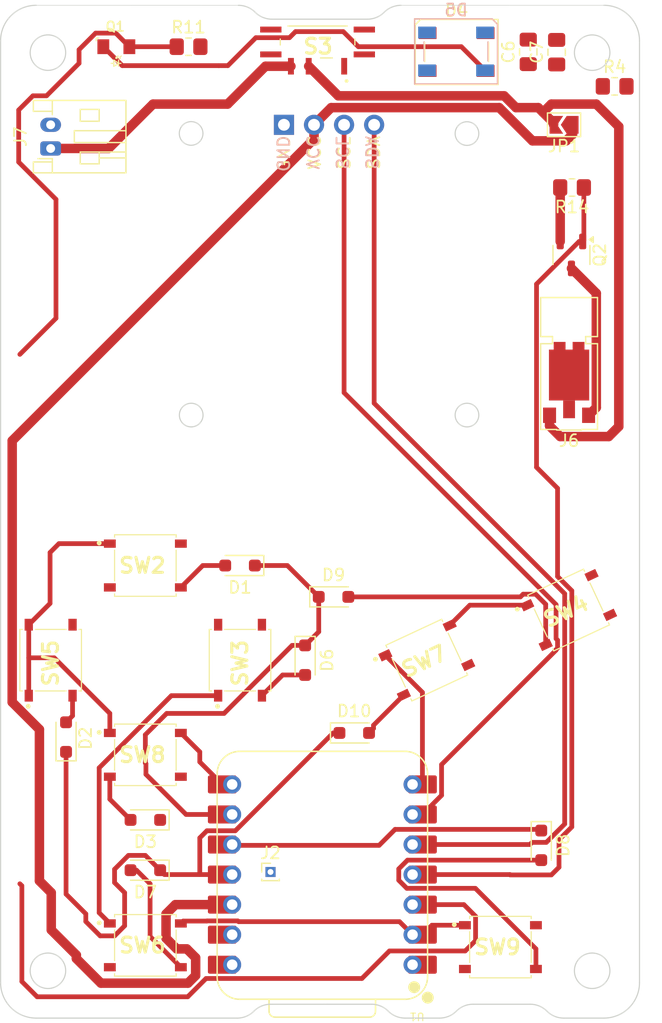
<source format=kicad_pcb>
(kicad_pcb (version 20241229) (generator "pcbnew") (generator_version "9.0")
  (layers (0 "F.Cu" signal) (2 "B.Cu" signal) (13 "F.Paste" user) (15 "B.Paste" user) (5 "F.SilkS" user "F.Silkscreen") (7 "B.SilkS" user "B.Silkscreen") (1 "F.Mask" user) (3 "B.Mask" user) (25 "Edge.Cuts" user))
  (net 0 "")
  (net 1 "O_2")
  (net 2 "Net-(D7-A)")
  (net 3 "O_3")
  (net 4 "Net-(D8-A)")
  (net 5 "Net-(D10-A)")
  (net 6 "O_1")
  (net 7 "Net-(D6-A)")
  (net 8 "Net-(D9-A)")
  (net 9 "+3.3V")
  (net 10 "GND")
  (net 11 "I_1")
  (net 12 "Net-(D1-A)")
  (net 13 "Net-(D2-A)")
  (net 14 "I_2")
  (net 15 "I_3")
  (net 16 "Net-(D3-A)")
  (net 17 "Net-(D4-DIN)")
  (net 18 "Net-(D4-DO)")
  (net 19 "/RGB_OUT")
  (net 20 "/SDA")
  (net 21 "/SCL")
  (net 22 "Tr_DRAIN")
  (net 23 "Photo_Tr")
  (net 24 "RGB_LEDs")
  (net 25 "Tr_GATE")
  (net 27 "+BATT_after_switch")
  (net 28 "+BATT")
  (footprint "Resistor_SMD:R_0805_2012Metric_Pad1.20x1.40mm_HandSolder" (layer "F.Cu") (at 175.9 59.25)
    (property "Reference" "R4" (at 0 -1.65 0) (layer "F.SilkS"))
    (property "Value" "330")
    (pad "1" smd roundrect (at -1 0) (size 1.2 1.4) (layers "F.Cu" "F.Mask" "F.Paste") (roundrect_rratio 0.208333) (net 17 "Net-(D4-DIN)"))
    (pad "2" smd roundrect (at 1 0) (size 1.2 1.4) (layers "F.Cu" "F.Mask" "F.Paste") (roundrect_rratio 0.208333) (net 24 "RGB_LEDs"))
  )
  (footprint "LED_SMD:LED_Inolux_IN-PI554FCH_PLCC4_5.0x5.0mm_P3.2mm" (layer "F.Cu") (at 162.55 56.35)
    (property "Reference" "D4" (at 0 -3.5 0) (layer "F.SilkS"))
    (property "Value" "Inolux_IN-PI554FCH")
    (pad "1" smd rect (at -2.45 -1.6) (size 1.5 1) (layers "F.Cu" "F.Mask" "F.Paste") (net 10 "GND"))
    (pad "2" smd rect (at -2.45 1.6) (size 1.5 1) (layers "F.Cu" "F.Mask" "F.Paste") (net 17 "Net-(D4-DIN)"))
    (pad "3" smd rect (at 2.45 1.6) (size 1.5 1) (layers "F.Cu" "F.Mask" "F.Paste") (net 9 "+3.3V"))
    (pad "4" smd rect (at 2.45 -1.6) (size 1.5 1) (layers "F.Cu" "F.Mask" "F.Paste") (net 18 "Net-(D4-DO)"))
  )
  (footprint "footprints:SSD1306_module" (layer "F.Cu") (at 151.77 70.12)
    (property "Reference" "J1" (hide yes))
    (property "Value" "Conn_01x04_Socket")
    (fp_circle (center -11.6525 -6.89) (end -10.6525 -6.89) (stroke (width 0.1)) (fill no) (layer "Edge.Cuts"))
    (fp_circle (center -11.644941 16.913663) (end -10.644941 16.913663) (stroke (width 0.1)) (fill no) (layer "Edge.Cuts"))
    (fp_circle (center 11.653495 -6.880162) (end 12.653495 -6.880162) (stroke (width 0.1)) (fill no) (layer "Edge.Cuts"))
    (fp_circle (center 11.653495 16.913663) (end 12.653495 16.913663) (stroke (width 0.1)) (fill no) (layer "Edge.Cuts"))
    (fp_text user "SDA" (at 4.38 -3.755201 90) (layer "F.SilkS") (effects (justify left bottom)))
    (fp_text user "SCL" (at 1.88 -3.755201 90) (layer "F.SilkS") (effects (justify left bottom)))
    (fp_text user "GND" (at -3.22 -3.555201 90) (layer "F.SilkS") (effects (justify left bottom)))
    (fp_text user "VCC" (at -0.62 -3.755201 90) (layer "F.SilkS") (effects (justify left bottom)))
    (fp_text user "VCC" (at -2 -3.755201 270) (layer "B.SilkS") (effects (justify left bottom mirror)))
    (fp_text user "SDA" (at 3 -3.755201 270) (layer "B.SilkS") (effects (justify left bottom mirror)))
    (fp_text user "GND" (at -4.5 -3.555201 270) (layer "B.SilkS") (effects (justify left bottom mirror)))
    (fp_text user "SCL" (at 0.5 -3.755201 270) (layer "B.SilkS") (effects (justify left bottom mirror)))
    (pad "1" thru_hole rect (at -3.81 -7.62) (size 1.7 1.7) (drill 1) (layers "*.Cu" "*.Mask") (net 10 "GND"))
    (pad "2" thru_hole circle (at -1.27 -7.62) (size 1.7 1.7) (drill 1) (layers "*.Cu" "*.Mask") (net 9 "+3.3V"))
    (pad "3" thru_hole circle (at 1.27 -7.62) (size 1.7 1.7) (drill 1) (layers "*.Cu" "*.Mask") (net 21 "/SCL"))
    (pad "4" thru_hole circle (at 3.81 -7.62) (size 1.7 1.7) (drill 1) (layers "*.Cu" "*.Mask") (net 20 "/SDA"))
  )
  (footprint "footprints:PTS526SK15SMTR2LFS" (layer "F.Cu") (at 160.026577 107.744346 25)
    (property "Reference" "SW7" (at -0.25 0 25) (layer "F.SilkS") (effects (font (size 1.27 1.27) (thickness 0.254))))
    (property "Value" "PTS526_SK15_SMTR2_LFS" (hide yes))
    (pad "1" smd rect (at -3 -1.85 115) (size 0.7 1) (layers "F.Cu" "F.Mask" "F.Paste") (net 3 "O_3"))
    (pad "2" smd rect (at 3 -1.85 115) (size 0.7 1) (layers "F.Cu" "F.Mask" "F.Paste") (net 3 "O_3"))
    (pad "3" smd rect (at -3 1.85 115) (size 0.7 1) (layers "F.Cu" "F.Mask" "F.Paste") (net 5 "Net-(D10-A)"))
    (pad "4" smd rect (at 3 1.85 115) (size 0.7 1) (layers "F.Cu" "F.Mask" "F.Paste") (net 5 "Net-(D10-A)"))
  )
  (footprint "footprints:PTS526SK15SMTR2LFS" (layer "F.Cu") (at 136.25 99.75)
    (property "Reference" "SW2" (at -0.25 0 0) (layer "F.SilkS") (effects (font (size 1.27 1.27) (thickness 0.254))))
    (property "Value" "PTS526_SK15_SMTR2_LFS" (hide yes))
    (pad "1" smd rect (at -3 -1.85 90) (size 0.7 1) (layers "F.Cu" "F.Mask" "F.Paste") (net 6 "O_1"))
    (pad "2" smd rect (at 3 -1.85 90) (size 0.7 1) (layers "F.Cu" "F.Mask" "F.Paste") (net 6 "O_1"))
    (pad "3" smd rect (at -3 1.85 90) (size 0.7 1) (layers "F.Cu" "F.Mask" "F.Paste") (net 12 "Net-(D1-A)"))
    (pad "4" smd rect (at 3 1.85 90) (size 0.7 1) (layers "F.Cu" "F.Mask" "F.Paste") (net 12 "Net-(D1-A)"))
  )
  (footprint "Diode_SMD:D_SOD-323_HandSoldering" (layer "F.Cu") (at 136.25 121.25 180)
    (property "Reference" "D3" (at 0 -1.85 0) (layer "F.SilkS"))
    (property "Value" "1N4148WS")
    (pad "1" smd roundrect (at -1.25 0 180) (size 1 1) (layers "F.Cu" "F.Mask" "F.Paste") (net 15 "I_3"))
    (pad "2" smd roundrect (at 1.25 0 180) (size 1 1) (layers "F.Cu" "F.Mask" "F.Paste") (net 16 "Net-(D3-A)"))
  )
  (footprint "Resistor_SMD:R_0805_2012Metric_Pad1.20x1.40mm_HandSolder" (layer "F.Cu") (at 139.9 55.9)
    (property "Reference" "R11" (at 0 -1.65 0) (layer "F.SilkS"))
    (property "Value" "1M")
    (pad "1" smd roundrect (at -1 0) (size 1.2 1.4) (layers "F.Cu" "F.Mask" "F.Paste") (roundrect_rratio 0.208333) (net 23 "Photo_Tr"))
    (pad "2" smd roundrect (at 1 0) (size 1.2 1.4) (layers "F.Cu" "F.Mask" "F.Paste") (roundrect_rratio 0.208333) (net 10 "GND"))
  )
  (footprint "footprints:PTS526SK15SMTR2LFS" (layer "F.Cu") (at 166.25 132)
    (property "Reference" "SW9" (at -0.25 0 0) (layer "F.SilkS") (effects (font (size 1.27 1.27) (thickness 0.254))))
    (property "Value" "PTS526_SK15_SMTR2_LFS" (hide yes))
    (pad "1" smd rect (at -3 -1.85 90) (size 0.7 1) (layers "F.Cu" "F.Mask" "F.Paste") (net 1 "O_2"))
    (pad "2" smd rect (at 3 -1.85 90) (size 0.7 1) (layers "F.Cu" "F.Mask" "F.Paste") (net 1 "O_2"))
    (pad "3" smd rect (at -3 1.85 90) (size 0.7 1) (layers "F.Cu" "F.Mask" "F.Paste") (net 4 "Net-(D8-A)"))
    (pad "4" smd rect (at 3 1.85 90) (size 0.7 1) (layers "F.Cu" "F.Mask" "F.Paste") (net 4 "Net-(D8-A)"))
  )
  (footprint "Motors:Vybronics_VZ30C1T8219732L" (layer "F.Cu") (at 172.05 82.7 180)
    (property "Reference" "J6" (at 0 -6.5 0) (layer "F.SilkS"))
    (property "Value" "Conn_01x02_Pin")
    (pad "1" smd rect (at -1.65 -4.35 90) (size 1.3 1.1) (layers "F.Cu" "F.Mask" "F.Paste") (net 22 "Tr_DRAIN"))
    (pad "2" smd rect (at 1.65 -4.35 90) (size 1.3 1.1) (layers "F.Cu" "F.Mask" "F.Paste") (net 27 "+BATT_after_switch"))
    (pad "SH" smd rect (at -0.8 1.525 180) (size 1 0.65) (layers "F.Cu" "F.Mask" "F.Paste"))
    (pad "SH" smd rect (at 0 -3.85 90) (size 1.5 1) (layers "F.Cu" "F.Mask" "F.Paste"))
    (pad "SH" smd rect (at 0 -0.95 90) (size 4.3 3.4) (layers "F.Cu" "F.Mask"))
    (pad "SH" smd rect (at 0.8 1.525 180) (size 1 0.65) (layers "F.Cu" "F.Mask" "F.Paste"))
  )
  (footprint "Local footprints:SFH3710" (layer "F.Cu") (at 133.8 55.9)
    (property "Reference" "Q1" (at -0.1 -1.7 0) (layer "F.SilkS") (effects (font (size 0.8 0.8))))
    (property "Value" "Q_Photo_NPN")
    (pad "1" smd rect (at -1.099999 0) (size 1 1.25) (layers "F.Cu" "F.Mask" "F.Paste") (net 9 "+3.3V"))
    (pad "2" smd rect (at 1.099999 0) (size 1 1.25) (layers "F.Cu" "F.Mask" "F.Paste") (net 23 "Photo_Tr"))
  )
  (footprint "Diode_SMD:D_SOD-323_HandSoldering" (layer "F.Cu") (at 136.25 125.5 180)
    (property "Reference" "D7" (at 0 -1.85 0) (layer "F.SilkS"))
    (property "Value" "1N4148WS")
    (pad "1" smd roundrect (at -1.25 0 180) (size 1 1) (layers "F.Cu" "F.Mask" "F.Paste") (net 14 "I_2"))
    (pad "2" smd roundrect (at 1.25 0 180) (size 1 1) (layers "F.Cu" "F.Mask" "F.Paste") (net 2 "Net-(D7-A)"))
  )
  (footprint "Diode_SMD:D_SOD-323_HandSoldering" (layer "F.Cu") (at 152.15 102.4)
    (property "Reference" "D9" (at 0 -1.85 0) (layer "F.SilkS"))
    (property "Value" "1N4148WS")
    (pad "1" smd roundrect (at -1.25 0) (size 1 1) (layers "F.Cu" "F.Mask" "F.Paste") (net 11 "I_1"))
    (pad "2" smd roundrect (at 1.25 0) (size 1 1) (layers "F.Cu" "F.Mask" "F.Paste") (net 8 "Net-(D9-A)"))
  )
  (footprint "Diode_SMD:D_SOD-323_HandSoldering" (layer "F.Cu") (at 169.7 123.4 -90)
    (property "Reference" "D8" (at 0 -1.85 90) (layer "F.SilkS"))
    (property "Value" "1N4148WS")
    (pad "1" smd roundrect (at -1.25 0 270) (size 1 1) (layers "F.Cu" "F.Mask" "F.Paste") (net 15 "I_3"))
    (pad "2" smd roundrect (at 1.25 0 270) (size 1 1) (layers "F.Cu" "F.Mask" "F.Paste") (net 4 "Net-(D8-A)"))
  )
  (footprint "footprints:PTS526SK15SMTR2LFS" (layer "F.Cu") (at 136.25 131.85)
    (property "Reference" "SW6" (at -0.25 0 0) (layer "F.SilkS") (effects (font (size 1.27 1.27) (thickness 0.254))))
    (property "Value" "PTS526_SK15_SMTR2_LFS" (hide yes))
    (pad "1" smd rect (at -3 -1.85 90) (size 0.7 1) (layers "F.Cu" "F.Mask" "F.Paste") (net 1 "O_2"))
    (pad "2" smd rect (at 3 -1.85 90) (size 0.7 1) (layers "F.Cu" "F.Mask" "F.Paste") (net 1 "O_2"))
    (pad "3" smd rect (at -3 1.85 90) (size 0.7 1) (layers "F.Cu" "F.Mask" "F.Paste") (net 2 "Net-(D7-A)"))
    (pad "4" smd rect (at 3 1.85 90) (size 0.7 1) (layers "F.Cu" "F.Mask" "F.Paste") (net 2 "Net-(D7-A)"))
  )
  (footprint "Diode_SMD:D_SOD-323_HandSoldering" (layer "F.Cu") (at 129.55 114.25 90)
    (property "Reference" "D2" (at -0.1 1.65 90) (layer "F.SilkS"))
    (property "Value" "1N4148WS")
    (pad "1" smd roundrect (at -1.25 0 90) (size 1 1) (layers "F.Cu" "F.Mask" "F.Paste") (net 14 "I_2"))
    (pad "2" smd roundrect (at 1.25 0 90) (size 1 1) (layers "F.Cu" "F.Mask" "F.Paste") (net 13 "Net-(D2-A)"))
  )
  (footprint "Connector_JST:JST_PH_S2B-PH-K_1x02_P2.00mm_Horizontal" (layer "F.Cu") (at 128.25 64.5 90)
    (property "Reference" "J7" (at 1 -2.55 90) (layer "F.SilkS"))
    (property "Value" "Conn_01x02")
    (pad "1" thru_hole roundrect (at 0 0 90) (size 1.2 1.75) (drill 0.75) (layers "*.Cu" "*.Mask") (roundrect_rratio 0.208333) (net 28 "+BATT"))
    (pad "2" thru_hole oval (at 2 0 90) (size 1.2 1.75) (drill 0.75) (layers "*.Cu" "*.Mask") (net 10 "GND"))
  )
  (footprint "footprints:PTS526SK15SMTR2LFS" (layer "F.Cu") (at 172.0122 103.510001 25)
    (property "Reference" "SW4" (at -0.25 0 25) (layer "F.SilkS") (effects (font (size 1.27 1.27) (thickness 0.254))))
    (property "Value" "PTS526_SK15_SMTR2_LFS" (hide yes))
    (pad "1" smd rect (at -3 -1.85 115) (size 0.7 1) (layers "F.Cu" "F.Mask" "F.Paste") (net 3 "O_3"))
    (pad "2" smd rect (at 3 -1.85 115) (size 0.7 1) (layers "F.Cu" "F.Mask" "F.Paste") (net 3 "O_3"))
    (pad "3" smd rect (at -3 1.85 115) (size 0.7 1) (layers "F.Cu" "F.Mask" "F.Paste") (net 8 "Net-(D9-A)"))
    (pad "4" smd rect (at 3 1.85 115) (size 0.7 1) (layers "F.Cu" "F.Mask" "F.Paste") (net 8 "Net-(D9-A)"))
  )
  (footprint "footprints:MSK12C02" (layer "F.Cu") (at 150.8 55.5 180)
    (property "Reference" "S3" (at -0.04 -0.374799 0) (layer "F.SilkS") (effects (font (size 1.27 1.27) (thickness 0.254))))
    (property "Value" "MSK12C02" (hide yes))
    (pad "" np_thru_hole circle (at -1.5 0 180) (size 0.85 0.85) (drill 0.85) (layers "*.Cu" "*.Mask"))
    (pad "" np_thru_hole circle (at 1.5 0 180) (size 0.85 0.85) (drill 0.85) (layers "*.Cu" "*.Mask"))
    (pad "A1" smd rect (at -2.25 -2.05 180) (size 0.5 1.4) (layers "F.Cu" "F.Mask" "F.Paste"))
    (pad "B1" smd rect (at 0.75 -2.05 180) (size 0.5 1.4) (layers "F.Cu" "F.Mask" "F.Paste") (net 27 "+BATT_after_switch"))
    (pad "C1" smd rect (at 2.25 -2.05 180) (size 0.5 1.4) (layers "F.Cu" "F.Mask" "F.Paste") (net 28 "+BATT"))
    (pad "MP1" smd rect (at 3.95 -1.05 270) (size 0.5 1.8) (layers "F.Cu" "F.Mask" "F.Paste") (net 10 "GND"))
    (pad "MP2" smd rect (at 3.95 1.05 270) (size 0.5 1.8) (layers "F.Cu" "F.Mask" "F.Paste") (net 10 "GND"))
    (pad "MP3" smd rect (at -3.95 1.05 270) (size 0.5 1.8) (layers "F.Cu" "F.Mask" "F.Paste") (net 10 "GND"))
    (pad "MP4" smd rect (at -3.95 -1.05 270) (size 0.5 1.8) (layers "F.Cu" "F.Mask" "F.Paste") (net 10 "GND"))
  )
  (footprint "Capacitor_SMD:C_0805_2012Metric_Pad1.18x1.45mm_HandSolder" (layer "F.Cu") (at 168.6 56.3375 90)
    (property "Reference" "C6" (at 0 -1.68 90) (layer "F.SilkS"))
    (property "Value" "10u")
    (pad "1" smd roundrect (at -1.0375 0 90) (size 1.175 1.45) (layers "F.Cu" "F.Mask" "F.Paste") (roundrect_rratio 0.212766) (net 9 "+3.3V"))
    (pad "2" smd roundrect (at 1.0375 0 90) (size 1.175 1.45) (layers "F.Cu" "F.Mask" "F.Paste") (roundrect_rratio 0.212766) (net 10 "GND"))
  )
  (footprint "footprints:PTS526SK15SMTR2LFS" (layer "F.Cu") (at 144.25 107.75 90)
    (property "Reference" "SW3" (at -0.25 0 90) (layer "F.SilkS") (effects (font (size 1.27 1.27) (thickness 0.254))))
    (property "Value" "PTS526_SK15_SMTR2_LFS" (hide yes))
    (pad "1" smd rect (at -3 -1.85 180) (size 0.7 1) (layers "F.Cu" "F.Mask" "F.Paste") (net 1 "O_2"))
    (pad "2" smd rect (at 3 -1.85 180) (size 0.7 1) (layers "F.Cu" "F.Mask" "F.Paste") (net 1 "O_2"))
    (pad "3" smd rect (at -3 1.85 180) (size 0.7 1) (layers "F.Cu" "F.Mask" "F.Paste") (net 7 "Net-(D6-A)"))
    (pad "4" smd rect (at 3 1.85 180) (size 0.7 1) (layers "F.Cu" "F.Mask" "F.Paste") (net 7 "Net-(D6-A)"))
  )
  (footprint "Diode_SMD:D_SOD-323_HandSoldering" (layer "F.Cu") (at 153.9 113.9)
    (property "Reference" "D10" (at 0 -1.85 0) (layer "F.SilkS"))
    (property "Value" "1N4148WS")
    (pad "1" smd roundrect (at -1.25 0) (size 1 1) (layers "F.Cu" "F.Mask" "F.Paste") (net 14 "I_2"))
    (pad "2" smd roundrect (at 1.25 0) (size 1 1) (layers "F.Cu" "F.Mask" "F.Paste") (net 5 "Net-(D10-A)"))
  )
  (footprint "footprints:PTS526SK15SMTR2LFS" (layer "F.Cu") (at 128.25 107.75 90)
    (property "Reference" "SW5" (at -0.25 0 90) (layer "F.SilkS") (effects (font (size 1.27 1.27) (thickness 0.254))))
    (property "Value" "PTS526_SK15_SMTR2_LFS" (hide yes))
    (pad "1" smd rect (at -3 -1.85 180) (size 0.7 1) (layers "F.Cu" "F.Mask" "F.Paste") (net 6 "O_1"))
    (pad "2" smd rect (at 3 -1.85 180) (size 0.7 1) (layers "F.Cu" "F.Mask" "F.Paste") (net 6 "O_1"))
    (pad "3" smd rect (at -3 1.85 180) (size 0.7 1) (layers "F.Cu" "F.Mask" "F.Paste") (net 13 "Net-(D2-A)"))
    (pad "4" smd rect (at 3 1.85 180) (size 0.7 1) (layers "F.Cu" "F.Mask" "F.Paste") (net 13 "Net-(D2-A)"))
  )
  (footprint "Diode_SMD:D_SOD-323_HandSoldering" (layer "F.Cu") (at 144.25 99.75 180)
    (property "Reference" "D1" (at 0 -1.85 0) (layer "F.SilkS"))
    (property "Value" "1N4148WS")
    (pad "1" smd roundrect (at -1.25 0 180) (size 1 1) (layers "F.Cu" "F.Mask" "F.Paste") (net 11 "I_1"))
    (pad "2" smd roundrect (at 1.25 0 180) (size 1 1) (layers "F.Cu" "F.Mask" "F.Paste") (net 12 "Net-(D1-A)"))
  )
  (footprint "Resistor_SMD:R_0805_2012Metric_Pad1.20x1.40mm_HandSolder" (layer "F.Cu") (at 172.3 67.8 180)
    (property "Reference" "R14" (at 0 -1.65 0) (layer "F.SilkS"))
    (property "Value" "10K")
    (pad "1" smd roundrect (at -1 0 180) (size 1.2 1.4) (layers "F.Cu" "F.Mask" "F.Paste") (roundrect_rratio 0.208333) (net 25 "Tr_GATE"))
    (pad "2" smd roundrect (at 1 0 180) (size 1.2 1.4) (layers "F.Cu" "F.Mask" "F.Paste") (roundrect_rratio 0.208333) (net 10 "GND"))
  )
  (footprint "Capacitor_SMD:C_0805_2012Metric_Pad1.18x1.45mm_HandSolder" (layer "F.Cu") (at 171 56.3625 90)
    (property "Reference" "C7" (at 0 -1.68 90) (layer "F.SilkS"))
    (property "Value" "10u")
    (pad "1" smd roundrect (at -1.0375 0 90) (size 1.175 1.45) (layers "F.Cu" "F.Mask" "F.Paste") (roundrect_rratio 0.212766) (net 9 "+3.3V"))
    (pad "2" smd roundrect (at 1.0375 0 90) (size 1.175 1.45) (layers "F.Cu" "F.Mask" "F.Paste") (roundrect_rratio 0.212766) (net 10 "GND"))
  )
  (footprint "footprints:PTS526SK15SMTR2LFS" (layer "F.Cu") (at 136.25 115.75)
    (property "Reference" "SW8" (at -0.25 0 0) (layer "F.SilkS") (effects (font (size 1.27 1.27) (thickness 0.254))))
    (property "Value" "PTS526_SK15_SMTR2_LFS" (hide yes))
    (pad "1" smd rect (at -3 -1.85 90) (size 0.7 1) (layers "F.Cu" "F.Mask" "F.Paste") (net 6 "O_1"))
    (pad "2" smd rect (at 3 -1.85 90) (size 0.7 1) (layers "F.Cu" "F.Mask" "F.Paste") (net 6 "O_1"))
    (pad "3" smd rect (at -3 1.85 90) (size 0.7 1) (layers "F.Cu" "F.Mask" "F.Paste") (net 16 "Net-(D3-A)"))
    (pad "4" smd rect (at 3 1.85 90) (size 0.7 1) (layers "F.Cu" "F.Mask" "F.Paste") (net 16 "Net-(D3-A)"))
  )
  (footprint "footprints:XIAO-ESP32S3-DIP" (layer "F.Cu") (at 151.205 125.87 180)
    (property "Reference" "U1" (at -8 -12 180) (layer "F.SilkS") (effects (font (size 0.635 0.635) (thickness 0.1016))))
    (property "Value" "XIAO-ESP32-S3-DIP")
    (pad "1" smd roundrect (at -8.455 -7.62) (size 2.432 1.524) (layers "F.Cu" "F.Mask") (roundrect_rratio 0.1) (net 24 "RGB_LEDs"))
    (pad "1" thru_hole circle (at -7.62 -7.62) (size 1.524 1.524) (drill 0.889) (layers "*.Cu" "*.Mask") (net 24 "RGB_LEDs"))
    (pad "2" smd roundrect (at -8.455 -5.08) (size 2.432 1.524) (layers "F.Cu" "F.Mask") (roundrect_rratio 0.1) (net 1 "O_2"))
    (pad "2" thru_hole circle (at -7.62 -5.08) (size 1.524 1.524) (drill 0.889) (layers "*.Cu" "*.Mask") (net 1 "O_2"))
    (pad "3" smd roundrect (at -8.455 -2.54) (size 2.432 1.524) (layers "F.Cu" "F.Mask") (roundrect_rratio 0.1) (net 23 "Photo_Tr"))
    (pad "3" thru_hole circle (at -7.62 -2.54) (size 1.524 1.524) (drill 0.889) (layers "*.Cu" "*.Mask") (net 23 "Photo_Tr"))
    (pad "4" smd roundrect (at -8.455 0) (size 2.432 1.524) (layers "F.Cu" "F.Mask") (roundrect_rratio 0.1) (net 25 "Tr_GATE"))
    (pad "4" thru_hole circle (at -7.62 0) (size 1.524 1.524) (drill 0.889) (layers "*.Cu" "*.Mask") (net 25 "Tr_GATE"))
    (pad "5" smd roundrect (at -8.455 2.54) (size 2.432 1.524) (layers "F.Cu" "F.Mask") (roundrect_rratio 0.1) (net 20 "/SDA"))
    (pad "5" thru_hole circle (at -7.62 2.54) (size 1.524 1.524) (drill 0.889) (layers "*.Cu" "*.Mask") (net 20 "/SDA"))
    (pad "6" smd roundrect (at -8.455 5.08) (size 2.432 1.524) (layers "F.Cu" "F.Mask") (roundrect_rratio 0.1) (net 21 "/SCL"))
    (pad "6" thru_hole circle (at -7.62 5.08) (size 1.524 1.524) (drill 0.889) (layers "*.Cu" "*.Mask") (net 21 "/SCL"))
    (pad "7" smd roundrect (at -8.455 7.62) (size 2.432 1.524) (layers "F.Cu" "F.Mask") (roundrect_rratio 0.1) (net 3 "O_3"))
    (pad "7" thru_hole circle (at -7.62 7.62) (size 1.524 1.524) (drill 0.889) (layers "*.Cu" "*.Mask") (net 3 "O_3"))
    (pad "8" thru_hole circle (at 7.62 7.62 180) (size 1.524 1.524) (drill 0.889) (layers "*.Cu" "*.Mask") (net 6 "O_1"))
    (pad "8" smd roundrect (at 8.455 7.62 180) (size 2.432 1.524) (layers "F.Cu" "F.Mask") (roundrect_rratio 0.1) (net 6 "O_1"))
    (pad "9" thru_hole circle (at 7.62 5.08 180) (size 1.524 1.524) (drill 0.889) (layers "*.Cu" "*.Mask") (net 11 "I_1"))
    (pad "9" smd roundrect (at 8.455 5.08 180) (size 2.432 1.524) (layers "F.Cu" "F.Mask") (roundrect_rratio 0.1) (net 11 "I_1"))
    (pad "10" thru_hole circle (at 7.62 2.54 180) (size 1.524 1.524) (drill 0.889) (layers "*.Cu" "*.Mask") (net 15 "I_3"))
    (pad "10" smd roundrect (at 8.455 2.54 180) (size 2.432 1.524) (layers "F.Cu" "F.Mask") (roundrect_rratio 0.1) (net 15 "I_3"))
    (pad "11" thru_hole circle (at 7.62 0 180) (size 1.524 1.524) (drill 0.889) (layers "*.Cu" "*.Mask") (net 14 "I_2"))
    (pad "11" smd roundrect (at 8.455 0 180) (size 2.432 1.524) (layers "F.Cu" "F.Mask") (roundrect_rratio 0.1) (net 14 "I_2"))
    (pad "12" thru_hole circle (at 7.62 -2.54 180) (size 1.524 1.524) (drill 0.889) (layers "*.Cu" "*.Mask") (net 9 "+3.3V"))
    (pad "12" smd roundrect (at 8.455 -2.54 180) (size 2.432 1.524) (layers "F.Cu" "F.Mask") (roundrect_rratio 0.1) (net 9 "+3.3V"))
    (pad "13" thru_hole circle (at 7.62 -5.08 180) (size 1.524 1.524) (drill 0.889) (layers "*.Cu" "*.Mask") (net 10 "GND"))
    (pad "13" smd roundrect (at 8.455 -5.08 180) (size 2.432 1.524) (layers "F.Cu" "F.Mask") (roundrect_rratio 0.1) (net 10 "GND"))
    (pad "14" thru_hole circle (at 7.62 -7.62 180) (size 1.524 1.524) (drill 0.889) (layers "*.Cu" "*.Mask"))
    (pad "14" smd roundrect (at 8.455 -7.62 180) (size 2.432 1.524) (layers "F.Cu" "F.Mask") (roundrect_rratio 0.1))
  )
  (footprint "Connector_PinHeader_1.00mm:PinHeader_1x01_P1.00mm_Vertical" (layer "F.Cu") (at 146.825 125.65)
    (property "Reference" "J2" (at 0 -1.61 0) (layer "F.SilkS"))
    (property "Value" "Conn_01x01_Pin")
    (pad "1" thru_hole rect (at 0 0) (size 0.85 0.85) (drill 0.5) (layers "*.Cu" "*.Mask") (net 27 "+BATT_after_switch"))
  )
  (footprint "Package_TO_SOT_SMD:SOT-23-3" (layer "F.Cu") (at 172.25 73.5 -90)
    (property "Reference" "Q2" (at 0 -2.4 90) (layer "F.SilkS"))
    (property "Value" "Q_NMOS_GSD")
    (pad "1" smd roundrect (at -1.1375 -0.95 270) (size 1.325 0.6) (layers "F.Cu" "F.Mask" "F.Paste") (net 25 "Tr_GATE"))
    (pad "2" smd roundrect (at -1.1375 0.95 270) (size 1.325 0.6) (layers "F.Cu" "F.Mask" "F.Paste") (net 10 "GND"))
    (pad "3" smd roundrect (at 1.1375 0 270) (size 1.325 0.6) (layers "F.Cu" "F.Mask" "F.Paste") (net 22 "Tr_DRAIN"))
  )
  (footprint "Jumper:SolderJumper-2_P1.3mm_Open_TrianglePad1.0x1.5mm" (layer "F.Cu") (at 171.625 62.5 180)
    (property "Reference" "JP1" (at 0 -1.8 0) (layer "F.SilkS"))
    (property "Value" "SolderJumper_2_Open")
    (pad "1" smd custom (at -0.725 0 180) (size 0.3 0.3) (layers "F.Cu" "F.Mask") (net 9 "+3.3V") (options (clearance outline) (anchor rect)) (primitives (gr_poly (pts (xy 1 0) (xy 0.5 0.75) (xy -0.5 0.75) (xy -0.5 -0.75) (xy 0.5 -0.75)) (width 0) (fill yes))))
    (pad "2" smd custom (at 0.725 0 180) (size 0.3 0.3) (layers "F.Cu" "F.Mask") (net 27 "+BATT_after_switch") (options (clearance outline) (anchor rect)) (primitives (gr_poly (pts (xy 0.5 0.75) (xy -0.65 0.75) (xy -0.15 0) (xy -0.65 -0.75) (xy 0.5 -0.75)) (width 0) (fill yes))))
  )
  (footprint "Diode_SMD:D_SOD-323_HandSoldering" (layer "F.Cu") (at 149.75 107.75 -90)
    (property "Reference" "D6" (at 0 -1.85 90) (layer "F.SilkS"))
    (property "Value" "1N4148WS")
    (pad "1" smd roundrect (at -1.25 0 270) (size 1 1) (layers "F.Cu" "F.Mask" "F.Paste") (net 11 "I_1"))
    (pad "2" smd roundrect (at 1.25 0 270) (size 1 1) (layers "F.Cu" "F.Mask" "F.Paste") (net 7 "Net-(D6-A)"))
  )
  (footprint "LED_SMD:LED_Inolux_IN-PI554FCH_PLCC4_5.0x5.0mm_P3.2mm" (layer "B.Cu") (at 162.5 56.3 180)
    (property "Reference" "D5" (at 0 3.5 0) (layer "B.SilkS") (effects (justify mirror)))
    (property "Value" "Inolux_IN-PI554FCH")
    (pad "1" smd rect (at -2.45 1.6 180) (size 1.5 1) (layers "B.Cu" "B.Mask" "B.Paste") (net 10 "GND"))
    (pad "2" smd rect (at -2.45 -1.6 180) (size 1.5 1) (layers "B.Cu" "B.Mask" "B.Paste") (net 18 "Net-(D4-DO)"))
    (pad "3" smd rect (at 2.45 -1.6 180) (size 1.5 1) (layers "B.Cu" "B.Mask" "B.Paste") (net 9 "+3.3V"))
    (pad "4" smd rect (at 2.45 1.6 180) (size 1.5 1) (layers "B.Cu" "B.Mask" "B.Paste") (net 19 "/RGB_OUT"))
  )
  (gr_line (start 146.943063 53.573774) (end 155.014633 53.573774) (stroke (width 0.1)) (layer "Edge.Cuts"))
  (gr_arc (start 156.428847 52.987989) (mid 155.780003 53.42154) (end 155.014633 53.573774) (stroke (width 0.1)) (layer "Edge.Cuts"))
  (gr_arc (start 178.000001 135.000001) (mid 177.121321 137.121321) (end 175 138.000001) (stroke (width 0.1)) (layer "Edge.Cuts"))
  (gr_line (start 171.59376 138.000001) (end 175 138.000001) (stroke (width 0.1)) (layer "Edge.Cuts"))
  (gr_arc (start 124.02 55.400001) (mid 124.898674 53.278669) (end 127.02 52.400001) (stroke (width 0.1)) (layer "Edge.Cuts"))
  (gr_arc (start 146.943063 53.573774) (mid 146.177709 53.421505) (end 145.528848 52.987988) (stroke (width 0.1)) (layer "Edge.Cuts"))
  (gr_circle (center 128.02 56.400001) (end 129.520001 56.400001) (stroke (width 0.1)) (fill no) (layer "Edge.Cuts"))
  (gr_line (start 168.76533 136.82843) (end 163.939331 136.82843) (stroke (width 0.1)) (layer "Edge.Cuts"))
  (gr_arc (start 171.59376 138.000001) (mid 170.828401 137.847747) (end 170.179545 137.414215) (stroke (width 0.1)) (layer "Edge.Cuts"))
  (gr_arc (start 145.4218 137.416002) (mid 146.070647 136.982454) (end 146.836016 136.830215) (stroke (width 0.1)) (layer "Edge.Cuts"))
  (gr_arc (start 127.02 138.000002) (mid 124.898674 137.121323) (end 124.02 135.000002) (stroke (width 0.1)) (layer "Edge.Cuts"))
  (gr_line (start 127.02 138.000002) (end 144.007585 138.001787) (stroke (width 0.1)) (layer "Edge.Cuts"))
  (gr_arc (start 144.114633 52.402201) (mid 144.879999 52.554447) (end 145.528848 52.987988) (stroke (width 0.1)) (layer "Edge.Cuts"))
  (gr_line (start 146.836016 136.830215) (end 155.358864 136.828471) (stroke (width 0.1)) (layer "Edge.Cuts"))
  (gr_line (start 175 52.400002) (end 157.843063 52.402201) (stroke (width 0.05)) (layer "Edge.Cuts"))
  (gr_arc (start 175 52.400002) (mid 177.121314 53.278682) (end 178 55.400001) (stroke (width 0.1)) (layer "Edge.Cuts"))
  (gr_circle (center 174 56.402201) (end 175.500001 56.402201) (stroke (width 0.1)) (fill no) (layer "Edge.Cuts"))
  (gr_line (start 178 55.400001) (end 178.000001 135.000001) (stroke (width 0.1)) (layer "Edge.Cuts"))
  (gr_circle (center 174 134.000001) (end 174 132.5) (stroke (width 0.1)) (fill no) (layer "Edge.Cuts"))
  (gr_line (start 124.02 135.000002) (end 124.02 55.400001) (stroke (width 0.1)) (layer "Edge.Cuts"))
  (gr_arc (start 156.428847 52.987989) (mid 157.077687 52.554421) (end 157.843063 52.402201) (stroke (width 0.1)) (layer "Edge.Cuts"))
  (gr_arc (start 158.187294 138.000042) (mid 157.421925 137.847802) (end 156.773079 137.414256) (stroke (width 0.1)) (layer "Edge.Cuts"))
  (gr_arc (start 162.525116 137.414215) (mid 161.876269 137.847762) (end 161.110901 138.000001) (stroke (width 0.1)) (layer "Edge.Cuts"))
  (gr_arc (start 162.525116 137.414215) (mid 163.173975 136.980704) (end 163.939331 136.82843) (stroke (width 0.1)) (layer "Edge.Cuts"))
  (gr_line (start 144.114633 52.402201) (end 127.02 52.400001) (stroke (width 0.05)) (layer "Edge.Cuts"))
  (gr_arc (start 155.358864 136.828471) (mid 156.124228 136.980711) (end 156.773079 137.414256) (stroke (width 0.1)) (layer "Edge.Cuts"))
  (gr_arc (start 168.76533 136.82843) (mid 169.530695 136.980676) (end 170.179545 137.414215) (stroke (width 0.1)) (layer "Edge.Cuts"))
  (gr_circle (center 128.020001 134.000002) (end 128.020001 132.500001) (stroke (width 0.1)) (fill no) (layer "Edge.Cuts"))
  (gr_arc (start 145.4218 137.416002) (mid 144.772952 137.849543) (end 144.007585 138.001787) (stroke (width 0.1)) (layer "Edge.Cuts"))
  (gr_line (start 158.187294 138.000042) (end 161.110901 138.000001) (stroke (width 0.1)) (layer "Edge.Cuts"))
  (segment (start 132.349 116.849) (end 132.349 129.099) (width 0.4) (layer "F.Cu") (net 1))
  (segment (start 163.25 130.15) (end 160.46 130.15) (width 0.4) (layer "F.Cu") (net 1))
  (segment (start 142.4 110.75) (end 138.448 110.75) (width 0.4) (layer "F.Cu") (net 1))
  (segment (start 160.46 130.15) (end 159.66 130.95) (width 0.4) (layer "F.Cu") (net 1))
  (segment (start 139.25 130) (end 139.45 129.8) (width 0.4) (layer "F.Cu") (net 1))
  (segment (start 157.725 129.85) (end 158.825 130.95) (width 0.4) (layer "F.Cu") (net 1))
  (segment (start 139.45 129.8) (end 141.439952 129.8) (width 0.4) (layer "F.Cu") (net 1))
  (segment (start 141.452952 129.787) (end 144.066731 129.787) (width 0.4) (layer "F.Cu") (net 1))
  (segment (start 141.439952 129.8) (end 141.452952 129.787) (width 0.4) (layer "F.Cu") (net 1))
  (segment (start 132.349 129.099) (end 133.25 130) (width 0.4) (layer "F.Cu") (net 1))
  (segment (start 144.066731 129.787) (end 144.129731 129.85) (width 0.4) (layer "F.Cu") (net 1))
  (segment (start 144.129731 129.85) (end 157.725 129.85) (width 0.4) (layer "F.Cu") (net 1))
  (segment (start 138.448 110.75) (end 132.349 116.849) (width 0.4) (layer "F.Cu") (net 1))
  (segment (start 135.5 125.5) (end 136.65 126.65) (width 0.4) (layer "F.Cu") (net 2))
  (segment (start 136.65 131.1) (end 139.25 133.7) (width 0.4) (layer "F.Cu") (net 2))
  (segment (start 136.65 126.65) (end 136.65 131.1) (width 0.4) (layer "F.Cu") (net 2))
  (segment (start 135 125.5) (end 135.5 125.5) (width 0.4) (layer "F.Cu") (net 2))
  (segment (start 168.511433 103.101186) (end 163.662293 103.101186) (width 0.4) (layer "F.Cu") (net 3))
  (segment (start 159.66 110.469721) (end 159.66 118.25) (width 0.4) (layer "F.Cu") (net 3))
  (segment (start 163.662293 103.101186) (end 161.963657 104.799822) (width 0.4) (layer "F.Cu") (net 3))
  (segment (start 159.66 110.469721) (end 156.52581 107.335531) (width 0.4) (layer "F.Cu") (net 3))
  (segment (start 158.343269 127.033) (end 157.662 126.351731) (width 0.4) (layer "F.Cu") (net 4))
  (segment (start 158.400269 124.65) (end 169.7 124.65) (width 0.4) (layer "F.Cu") (net 4))
  (segment (start 169.25 132.15) (end 164.133 127.033) (width 0.4) (layer "F.Cu") (net 4))
  (segment (start 157.662 126.351731) (end 157.662 125.388269) (width 0.4) (layer "F.Cu") (net 4))
  (segment (start 157.662 125.388269) (end 158.400269 124.65) (width 0.4) (layer "F.Cu") (net 4))
  (segment (start 164.133 127.033) (end 158.343269 127.033) (width 0.4) (layer "F.Cu") (net 4))
  (segment (start 169.25 133.85) (end 169.25 132.15) (width 0.4) (layer "F.Cu") (net 4))
  (segment (start 155.15 113.9) (end 155.528367 113.521633) (width 0.4) (layer "F.Cu") (net 5))
  (segment (start 155.528367 113.25) (end 158.089497 110.68887) (width 0.4) (layer "F.Cu") (net 5))
  (segment (start 155.528367 113.521633) (end 155.528367 113.25) (width 0.4) (layer "F.Cu") (net 5))
  (segment (start 126.4 104.75) (end 126.4 107.55) (width 0.4) (layer "F.Cu") (net 6))
  (segment (start 140.85 116.35) (end 142.75 118.25) (width 0.4) (layer "F.Cu") (net 6))
  (segment (start 139.25 113.9) (end 140.85 115.5) (width 0.4) (layer "F.Cu") (net 6))
  (segment (start 128.552 107.55) (end 133.25 112.248) (width 0.4) (layer "F.Cu") (net 6))
  (segment (start 128.2 98.65) (end 128.2 102.95) (width 0.4) (layer "F.Cu") (net 6))
  (segment (start 140.85 115.5) (end 140.85 116.35) (width 0.4) (layer "F.Cu") (net 6))
  (segment (start 128.2 102.95) (end 126.4 104.75) (width 0.4) (layer "F.Cu") (net 6))
  (segment (start 126.4 107.55) (end 128.552 107.55) (width 0.4) (layer "F.Cu") (net 6))
  (segment (start 133.25 97.9) (end 128.95 97.9) (width 0.4) (layer "F.Cu") (net 6))
  (segment (start 126.4 107.55) (end 126.4 110.75) (width 0.4) (layer "F.Cu") (net 6))
  (segment (start 133.25 112.248) (end 133.25 113.9) (width 0.4) (layer "F.Cu") (net 6))
  (segment (start 128.95 97.9) (end 128.2 98.65) (width 0.4) (layer "F.Cu") (net 6))
  (segment (start 147.85 109) (end 146.1 110.75) (width 0.4) (layer "F.Cu") (net 7))
  (segment (start 149.75 109) (end 147.85 109) (width 0.4) (layer "F.Cu") (net 7))
  (segment (start 169.223141 102.171669) (end 170.07512 103.023648) (width 0.4) (layer "F.Cu") (net 8))
  (segment (start 170.07512 103.023648) (end 170.07512 106.454525) (width 0.4) (layer "F.Cu") (net 8))
  (segment (start 153.4 102.4) (end 167.93855 102.4) (width 0.4) (layer "F.Cu") (net 8))
  (segment (start 167.93855 102.4) (end 168.166881 102.171669) (width 0.4) (layer "F.Cu") (net 8))
  (segment (start 168.166881 102.171669) (end 169.223141 102.171669) (width 0.4) (layer "F.Cu") (net 8))
  (segment (start 138.788 128.41) (end 138 129.198) (width 0.8) (layer "F.Cu") (net 9))
  (segment (start 138 131.25) (end 138.9 132.15) (width 0.8) (layer "F.Cu") (net 9))
  (segment (start 140.5 132.898) (end 140.5 134.4) (width 0.8) (layer "F.Cu") (net 9))
  (segment (start 148.937149 54.624) (end 152.972 54.624) (width 0.4) (layer "F.Cu") (net 9))
  (segment (start 150.5 63.702081) (end 150.5 62.5) (width 0.8) (layer "F.Cu") (net 9))
  (segment (start 127.3 113.6) (end 125 111.3) (width 0.8) (layer "F.Cu") (net 9))
  (segment (start 127.3 126.4) (end 127.3 113.6) (width 0.8) (layer "F.Cu") (net 9))
  (segment (start 132.700001 55.9) (end 134.300001 57.5) (width 0.4) (layer "F.Cu") (net 9))
  (segment (start 151.951 61.049) (end 166.149 61.049) (width 0.8) (layer "F.Cu") (net 9))
  (segment (start 138.9 132.15) (end 139.752 132.15) (width 0.8) (layer "F.Cu") (net 9))
  (segment (start 150.5 62.5) (end 151.951 61.049) (width 0.8) (layer "F.Cu") (net 9))
  (segment (start 143.222298 57.5) (end 145.585149 55.137149) (width 0.4) (layer "F.Cu") (net 9))
  (segment (start 154.247 55.899) (end 162.949 55.899) (width 0.4) (layer "F.Cu") (net 9))
  (segment (start 171.800876 63.856) (end 172.35 63.306876) (width 0.8) (layer "F.Cu") (net 9))
  (segment (start 139.752 132.15) (end 140.5 132.898) (width 0.8) (layer "F.Cu") (net 9))
  (segment (start 140.5 134.4) (end 139.85 135.05) (width 0.8) (layer "F.Cu") (net 9))
  (segment (start 128.3 127.4) (end 127.3 126.4) (width 0.8) (layer "F.Cu") (net 9))
  (segment (start 132.5 135.05) (end 130.421002 132.971002) (width 0.8) (layer "F.Cu") (net 9))
  (segment (start 166.149 61.049) (end 168.956 63.856) (width 0.8) (layer "F.Cu") (net 9))
  (segment (start 130.421002 132.671002) (end 128.3 130.55) (width 0.8) (layer "F.Cu") (net 9))
  (segment (start 142.45 57.5) (end 143.222298 57.5) (width 0.4) (layer "F.Cu") (net 9))
  (segment (start 125 89.202081) (end 150.5 63.702081) (width 0.8) (layer "F.Cu") (net 9))
  (segment (start 125 111.3) (end 125 89.202081) (width 0.8) (layer "F.Cu") (net 9))
  (segment (start 130.421002 132.971002) (end 130.421002 132.671002) (width 0.8) (layer "F.Cu") (net 9))
  (segment (start 128.3 130.55) (end 128.3 127.4) (width 0.8) (layer "F.Cu") (net 9))
  (segment (start 168.956 63.856) (end 171.800876 63.856) (width 0.8) (layer "F.Cu") (net 9))
  (segment (start 172.35 63.306876) (end 172.35 62.5) (width 0.8) (layer "F.Cu") (net 9))
  (segment (start 138 129.198) (end 138 131.25) (width 0.8) (layer "F.Cu") (net 9))
  (segment (start 134.300001 57.5) (end 142.45 57.5) (width 0.4) (layer "F.Cu") (net 9))
  (segment (start 152.972 54.624) (end 154.247 55.899) (width 0.4) (layer "F.Cu") (net 9))
  (segment (start 142.75 128.41) (end 138.788 128.41) (width 0.8) (layer "F.Cu") (net 9))
  (segment (start 139.85 135.05) (end 132.5 135.05) (width 0.8) (layer "F.Cu") (net 9))
  (segment (start 145.585149 55.137149) (end 148.424 55.137149) (width 0.4) (layer "F.Cu") (net 9))
  (segment (start 162.949 55.899) (end 165 57.95) (width 0.4) (layer "F.Cu") (net 9))
  (segment (start 148.424 55.137149) (end 148.937149 54.624) (width 0.4) (layer "F.Cu") (net 9))
  (segment (start 171.3 72.3625) (end 171.3 67.8) (width 0.8) (layer "F.Cu") (net 10))
  (segment (start 136.3 117.4) (end 139.69 120.79) (width 0.4) (layer "F.Cu") (net 11))
  (segment (start 139.69 120.79) (end 142.75 120.79) (width 0.4) (layer "F.Cu") (net 11))
  (segment (start 136.25 116.448528) (end 136.3 116.498528) (width 0.4) (layer "F.Cu") (net 11))
  (segment (start 148.25 99.75) (end 150.9 102.4) (width 0.4) (layer "F.Cu") (net 11))
  (segment (start 142.29 121.25) (end 142.75 120.79) (width 0.4) (layer "F.Cu") (net 11))
  (segment (start 148.65 106.5) (end 142.9 112.25) (width 0.4) (layer "F.Cu") (net 11))
  (segment (start 145.5 99.75) (end 148.25 99.75) (width 0.4) (layer "F.Cu") (net 11))
  (segment (start 149.75 106.5) (end 148.65 106.5) (width 0.4) (layer "F.Cu") (net 11))
  (segment (start 150.9 105.35) (end 149.75 106.5) (width 0.4) (layer "F.Cu") (net 11))
  (segment (start 136.25 114.051472) (end 136.25 116.448528) (width 0.4) (layer "F.Cu") (net 11))
  (segment (start 142.9 112.25) (end 138.051472 112.25) (width 0.4) (layer "F.Cu") (net 11))
  (segment (start 138.051472 112.25) (end 136.25 114.051472) (width 0.4) (layer "F.Cu") (net 11))
  (segment (start 150.9 102.4) (end 150.9 105.35) (width 0.4) (layer "F.Cu") (net 11))
  (segment (start 136.3 116.498528) (end 136.3 117.4) (width 0.4) (layer "F.Cu") (net 11))
  (segment (start 141.1 99.75) (end 139.25 101.6) (width 0.4) (layer "F.Cu") (net 12))
  (segment (start 143 99.75) (end 141.1 99.75) (width 0.4) (layer "F.Cu") (net 12))
  (segment (start 130.1 112.45) (end 129.55 113) (width 0.4) (layer "F.Cu") (net 13))
  (segment (start 130.1 110.75) (end 130.1 112.45) (width 0.4) (layer "F.Cu") (net 13))
  (segment (start 133.65 131.05) (end 134.5 130.2) (width 0.4) (layer "F.Cu") (net 14))
  (segment (start 152.119731 113.9) (end 143.852731 122.167) (width 0.4) (layer "F.Cu") (net 14))
  (segment (start 131.221002 129.839632) (end 132.43137 131.05) (width 0.4) (layer "F.Cu") (net 14))
  (segment (start 141.452952 122.167) (end 140.85 122.769952) (width 0.4) (layer "F.Cu") (net 14))
  (segment (start 143.852731 122.167) (end 141.452952 122.167) (width 0.4) (layer "F.Cu") (net 14))
  (segment (start 134.82242 124.25) (end 136.25 124.25) (width 0.4) (layer "F.Cu") (net 14))
  (segment (start 134.5 130.2) (end 134.5 127.4) (width 0.4) (layer "F.Cu") (net 14))
  (segment (start 136.25 124.25) (end 137.5 125.5) (width 0.4) (layer "F.Cu") (net 14))
  (segment (start 133.65 125.42242) (end 134.82242 124.25) (width 0.4) (layer "F.Cu") (net 14))
  (segment (start 129.55 127.51863) (end 131.221002 129.189631) (width 0.4) (layer "F.Cu") (net 14))
  (segment (start 134.5 127.4) (end 133.65 126.55) (width 0.4) (layer "F.Cu") (net 14))
  (segment (start 133.65 126.55) (end 133.65 125.42242) (width 0.4) (layer "F.Cu") (net 14))
  (segment (start 140.85 122.769952) (end 140.85 125.87) (width 0.4) (layer "F.Cu") (net 14))
  (segment (start 140.85 125.87) (end 137.87 125.87) (width 0.4) (layer "F.Cu") (net 14))
  (segment (start 137.87 125.87) (end 137.5 125.5) (width 0.4) (layer "F.Cu") (net 14))
  (segment (start 131.221002 129.189631) (end 131.221002 129.839632) (width 0.4) (layer "F.Cu") (net 14))
  (segment (start 142.75 125.87) (end 140.85 125.87) (width 0.4) (layer "F.Cu") (net 14))
  (segment (start 129.55 115.5) (end 129.55 127.51863) (width 0.4) (layer "F.Cu") (net 14))
  (segment (start 152.65 113.9) (end 152.119731 113.9) (width 0.4) (layer "F.Cu") (net 14))
  (segment (start 132.43137 131.05) (end 133.65 131.05) (width 0.4) (layer "F.Cu") (net 14))
  (segment (start 157.35 122.05) (end 156 123.4) (width 0.4) (layer "F.Cu") (net 15))
  (segment (start 156 123.4) (end 143.655 123.4) (width 0.4) (layer "F.Cu") (net 15))
  (segment (start 143.655 123.4) (end 143.585 123.33) (width 0.4) (layer "F.Cu") (net 15))
  (segment (start 169.6 122.05) (end 157.35 122.05) (width 0.4) (layer "F.Cu") (net 15))
  (segment (start 169.7 122.15) (end 169.6 122.05) (width 0.4) (layer "F.Cu") (net 15))
  (segment (start 133.25 117.6) (end 133.25 119.5) (width 0.4) (layer "F.Cu") (net 16))
  (segment (start 133.25 119.5) (end 135 121.25) (width 0.4) (layer "F.Cu") (net 16))
  (segment (start 170.12858 123.149) (end 168.924892 123.149) (width 0.4) (layer "F.Cu") (net 20))
  (segment (start 171.67919 102.12919) (end 171.67919 121.59839) (width 0.4) (layer "F.Cu") (net 20))
  (segment (start 171.67919 121.59839) (end 170.12858 123.149) (width 0.4) (layer "F.Cu") (net 20))
  (segment (start 168.743892 123.33) (end 158.825 123.33) (width 0.4) (layer "F.Cu") (net 20))
  (segment (start 155.58 62.5) (end 155.58 86.03) (width 0.4) (layer "F.Cu") (net 20))
  (segment (start 168.924892 123.149) (end 168.743892 123.33) (width 0.4) (layer "F.Cu") (net 20))
  (segment (start 155.58 86.03) (end 171.67919 102.12919) (width 0.4) (layer "F.Cu") (net 20))
  (segment (start 159.66 120.79) (end 161.277 119.173) (width 0.4) (layer "F.Cu") (net 21))
  (segment (start 170.95 106.9) (end 170.95 106.853714) (width 0.4) (layer "F.Cu") (net 21))
  (segment (start 171.07719 106.726524) (end 171.07719 106.05574) (width 0.4) (layer "F.Cu") (net 21))
  (segment (start 170.95 105.92855) (end 170.95 103.05) (width 0.4) (layer "F.Cu") (net 21))
  (segment (start 161.277 119.173) (end 161.277 116.573) (width 0.4) (layer "F.Cu") (net 21))
  (segment (start 171.07719 106.05574) (end 170.95 105.92855) (width 0.4) (layer "F.Cu") (net 21))
  (segment (start 170.95 103.05) (end 153.04 85.14) (width 0.4) (layer "F.Cu") (net 21))
  (segment (start 161.277 116.573) (end 170.95 106.9) (width 0.4) (layer "F.Cu") (net 21))
  (segment (start 170.95 106.853714) (end 171.07719 106.726524) (width 0.4) (layer "F.Cu") (net 21))
  (segment (start 153.04 85.14) (end 153.04 62.5) (width 0.4) (layer "F.Cu") (net 21))
  (segment (start 174.351 76.7385) (end 174.351 86.399) (width 0.8) (layer "F.Cu") (net 22))
  (segment (start 172.25 74.6375) (end 174.351 76.7385) (width 0.8) (layer "F.Cu") (net 22))
  (segment (start 174.351 86.399) (end 173.7 87.05) (width 0.8) (layer "F.Cu") (net 22))
  (segment (start 130.65 56.15) (end 132.05 54.75) (width 0.4) (layer "F.Cu") (net 23))
  (segment (start 126.75 60.05) (end 127.9 60.05) (width 0.4) (layer "F.Cu") (net 23))
  (segment (start 164.151 129.399) (end 164.151 131.449) (width 0.4) (layer "F.Cu") (net 23))
  (segment (start 128.7 78.85) (end 128.7 68.8) (width 0.4) (layer "F.Cu") (net 23))
  (segment (start 132.05 54.75) (end 133.749999 54.75) (width 0.4) (layer "F.Cu") (net 23))
  (segment (start 154.547 134.653) (end 141.378371 134.653) (width 0.4) (layer "F.Cu") (net 23))
  (segment (start 141.378371 134.653) (end 139.83137 136.2) (width 0.4) (layer "F.Cu") (net 23))
  (segment (start 125.819 126.819) (end 125.649 126.649) (width 0.4) (layer "F.Cu") (net 23))
  (segment (start 164.151 131.449) (end 163.273 132.327) (width 0.4) (layer "F.Cu") (net 23))
  (segment (start 156.873 132.327) (end 154.547 134.653) (width 0.4) (layer "F.Cu") (net 23))
  (segment (start 163.273 132.327) (end 156.873 132.327) (width 0.4) (layer "F.Cu") (net 23))
  (segment (start 163.162 128.41) (end 164.151 129.399) (width 0.4) (layer "F.Cu") (net 23))
  (segment (start 159.66 128.41) (end 163.162 128.41) (width 0.4) (layer "F.Cu") (net 23))
  (segment (start 130.65 57.3) (end 130.65 56.15) (width 0.4) (layer "F.Cu") (net 23))
  (segment (start 125.55 61.25) (end 126.75 60.05) (width 0.4) (layer "F.Cu") (net 23))
  (segment (start 125.55 65.65) (end 125.55 61.25) (width 0.4) (layer "F.Cu") (net 23))
  (segment (start 133.749999 54.75) (end 134.899999 55.9) (width 0.4) (layer "F.Cu") (net 23))
  (segment (start 134.899999 55.9) (end 138.9 55.9) (width 0.4) (layer "F.Cu") (net 23))
  (segment (start 127.107313 136.2) (end 125.819 134.911687) (width 0.4) (layer "F.Cu") (net 23))
  (segment (start 128.7 68.8) (end 125.55 65.65) (width 0.4) (layer "F.Cu") (net 23))
  (segment (start 127.9 60.05) (end 130.65 57.3) (width 0.4) (layer "F.Cu") (net 23))
  (segment (start 139.83137 136.2) (end 127.107313 136.2) (width 0.4) (layer "F.Cu") (net 23))
  (segment (start 125.649 81.901) (end 128.7 78.85) (width 0.4) (layer "F.Cu") (net 23))
  (segment (start 125.819 134.911687) (end 125.819 126.819) (width 0.4) (layer "F.Cu") (net 23))
  (segment (start 172.900001 72.3625) (end 169.3 75.962501) (width 0.4) (layer "F.Cu") (net 25))
  (segment (start 169.3 75.962501) (end 169.3 91.447092) (width 0.4) (layer "F.Cu") (net 25))
  (segment (start 173.3 72.2625) (end 173.2 72.3625) (width 0.4) (layer "F.Cu") (net 25))
  (segment (start 171.2 122.926108) (end 171.2 125.25) (width 0.4) (layer "F.Cu") (net 25))
  (segment (start 170.55 125.9) (end 167.08242 125.9) (width 0.4) (layer "F.Cu") (net 25))
  (segment (start 172.28119 121.844918) (end 171.2 122.926108) (width 0.4) (layer "F.Cu") (net 25))
  (segment (start 171.2 125.25) (end 170.55 125.9) (width 0.4) (layer "F.Cu") (net 25))
  (segment (start 167.05242 125.87) (end 159.66 125.87) (width 0.4) (layer "F.Cu") (net 25))
  (segment (start 173.2 72.3625) (end 172.900001 72.3625) (width 0.4) (layer "F.Cu") (net 25))
  (segment (start 167.08242 125.9) (end 167.05242 125.87) (width 0.4) (layer "F.Cu") (net 25))
  (segment (start 171.07719 100.675834) (end 172.28119 101.879833) (width 0.4) (layer "F.Cu") (net 25))
  (segment (start 172.28119 101.879833) (end 172.28119 121.844918) (width 0.4) (layer "F.Cu") (net 25))
  (segment (start 171.07719 93.224282) (end 171.07719 100.675834) (width 0.4) (layer "F.Cu") (net 25))
  (segment (start 173.3 67.8) (end 173.3 72.2625) (width 0.4) (layer "F.Cu") (net 25))
  (segment (start 169.3 91.447092) (end 171.07719 93.224282) (width 0.4) (layer "F.Cu") (net 25))
  (segment (start 167.563214 61.049) (end 169.449 61.049) (width 0.8) (layer "F.Cu") (net 27))
  (segment (start 150.05 57.55) (end 152.549 60.049) (width 0.8) (layer "F.Cu") (net 27))
  (segment (start 169.85 61.45) (end 170.55 60.75) (width 0.8) (layer "F.Cu") (net 27))
  (segment (start 170.55 60.75) (end 174.35 60.75) (width 0.8) (layer "F.Cu") (net 27))
  (segment (start 152.549 60.049) (end 166.563214 60.049) (width 0.8) (layer "F.Cu") (net 27))
  (segment (start 166.563214 60.049) (end 167.563214 61.049) (width 0.8) (layer "F.Cu") (net 27))
  (segment (start 176.25 88) (end 175.4 88.85) (width 0.8) (layer "F.Cu") (net 27))
  (segment (start 170.4 87.95) (end 170.4 87.05) (width 0.8) (layer "F.Cu") (net 27))
  (segment (start 169.449 61.049) (end 169.85 61.45) (width 0.8) (layer "F.Cu") (net 27))
  (segment (start 170.744097 62.344097) (end 170.744097 62.5) (width 0.8) (layer "F.Cu") (net 27))
  (segment (start 175.4 88.85) (end 171.3 88.85) (width 0.8) (layer "F.Cu") (net 27))
  (segment (start 171.3 88.85) (end 170.4 87.95) (width 0.8) (layer "F.Cu") (net 27))
  (segment (start 174.35 60.75) (end 176.25 62.65) (width 0.8) (layer "F.Cu") (net 27))
  (segment (start 176.25 62.65) (end 176.25 88) (width 0.8) (layer "F.Cu") (net 27))
  (segment (start 169.85 61.45) (end 170.744097 62.344097) (width 0.8) (layer "F.Cu") (net 27))
  (segment (start 146.4 57.55) (end 143.2 60.75) (width 0.8) (layer "F.Cu") (net 28))
  (segment (start 143.2 60.75) (end 136.9 60.75) (width 0.8) (layer "F.Cu") (net 28))
  (segment (start 133.15 64.5) (end 128.25 64.5) (width 0.8) (layer "F.Cu") (net 28))
  (segment (start 148.55 57.55) (end 146.4 57.55) (width 0.8) (layer "F.Cu") (net 28))
  (segment (start 136.9 60.75) (end 133.15 64.5) (width 0.8) (layer "F.Cu") (net 28))
)
</source>
